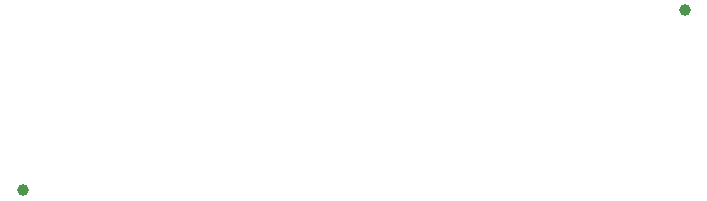
<source format=gbr>
G04 #@! TF.GenerationSoftware,KiCad,Pcbnew,5.1.3-ffb9f22~84~ubuntu18.04.1*
G04 #@! TF.CreationDate,2019-09-02T17:53:29+02:00*
G04 #@! TF.ProjectId,drac_badge,64726163-5f62-4616-9467-652e6b696361,rev?*
G04 #@! TF.SameCoordinates,Original*
G04 #@! TF.FileFunction,Paste,Top*
G04 #@! TF.FilePolarity,Positive*
%FSLAX46Y46*%
G04 Gerber Fmt 4.6, Leading zero omitted, Abs format (unit mm)*
G04 Created by KiCad (PCBNEW 5.1.3-ffb9f22~84~ubuntu18.04.1) date 2019-09-02 17:53:29*
%MOMM*%
%LPD*%
G04 APERTURE LIST*
%ADD10C,1.000000*%
G04 APERTURE END LIST*
D10*
X73500000Y-57500000D03*
X17470000Y-72740000D03*
M02*

</source>
